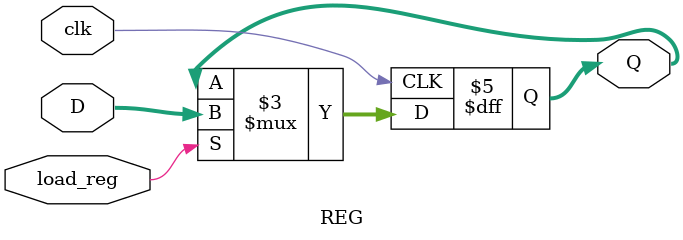
<source format=v>
`timescale 1ns / 1ps

module REG(
    input [31:0] D,
    input clk, load_reg,
    output reg [31:0] Q
    );
    
always @ (posedge clk)
    if(load_reg)
        Q <= D;
    else
        Q <= Q;
endmodule


</source>
